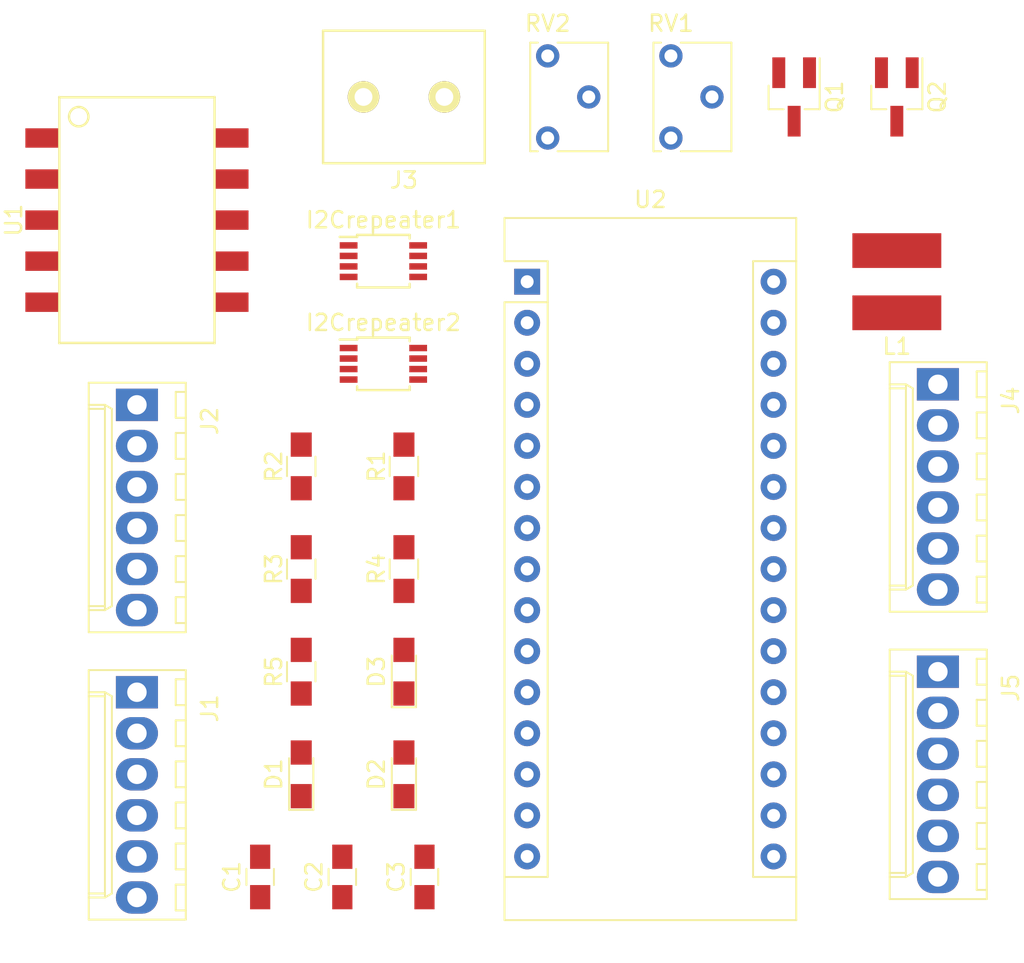
<source format=kicad_pcb>
(kicad_pcb (version 4) (host pcbnew 4.0.7)

  (general
    (links 50)
    (no_connects 50)
    (area 0 0 0 0)
    (thickness 1.6)
    (drawings 0)
    (tracks 0)
    (zones 0)
    (modules 25)
    (nets 34)
  )

  (page A4)
  (layers
    (0 F.Cu signal)
    (31 B.Cu signal)
    (32 B.Adhes user)
    (33 F.Adhes user)
    (34 B.Paste user)
    (35 F.Paste user)
    (36 B.SilkS user)
    (37 F.SilkS user)
    (38 B.Mask user)
    (39 F.Mask user)
    (40 Dwgs.User user)
    (41 Cmts.User user)
    (42 Eco1.User user)
    (43 Eco2.User user)
    (44 Edge.Cuts user)
    (45 Margin user)
    (46 B.CrtYd user)
    (47 F.CrtYd user)
    (48 B.Fab user)
    (49 F.Fab user)
  )

  (setup
    (last_trace_width 0.25)
    (trace_clearance 0.2)
    (zone_clearance 0.508)
    (zone_45_only no)
    (trace_min 0.2)
    (segment_width 0.2)
    (edge_width 0.15)
    (via_size 0.6)
    (via_drill 0.4)
    (via_min_size 0.4)
    (via_min_drill 0.3)
    (uvia_size 0.3)
    (uvia_drill 0.1)
    (uvias_allowed no)
    (uvia_min_size 0.2)
    (uvia_min_drill 0.1)
    (pcb_text_width 0.3)
    (pcb_text_size 1.5 1.5)
    (mod_edge_width 0.15)
    (mod_text_size 1 1)
    (mod_text_width 0.15)
    (pad_size 1.524 1.524)
    (pad_drill 0.762)
    (pad_to_mask_clearance 0.2)
    (aux_axis_origin 0 0)
    (visible_elements 7FFFFFFF)
    (pcbplotparams
      (layerselection 0x00030_80000001)
      (usegerberextensions false)
      (excludeedgelayer true)
      (linewidth 0.100000)
      (plotframeref false)
      (viasonmask false)
      (mode 1)
      (useauxorigin false)
      (hpglpennumber 1)
      (hpglpenspeed 20)
      (hpglpendiameter 15)
      (hpglpenoverlay 2)
      (psnegative false)
      (psa4output false)
      (plotreference true)
      (plotvalue true)
      (plotinvisibletext false)
      (padsonsilk false)
      (subtractmaskfromsilk false)
      (outputformat 1)
      (mirror false)
      (drillshape 1)
      (scaleselection 1)
      (outputdirectory ""))
  )

  (net 0 "")
  (net 1 12V)
  (net 2 GND)
  (net 3 "Net-(C3-Pad1)")
  (net 4 "Net-(D1-Pad2)")
  (net 5 "Net-(D2-Pad2)")
  (net 6 "Net-(D3-Pad2)")
  (net 7 VCC+3V)
  (net 8 DEBUG1)
  (net 9 SDAC)
  (net 10 SCLC)
  (net 11 DEBUG2)
  (net 12 INT)
  (net 13 SDAA)
  (net 14 SCLA)
  (net 15 DVI)
  (net 16 VCC+5V)
  (net 17 INPUT2)
  (net 18 INPUT3)
  (net 19 INPUT4)
  (net 20 INPUT5)
  (net 21 "Net-(J5-Pad2)")
  (net 22 "Net-(J5-Pad5)")
  (net 23 "Net-(L1-Pad2)")
  (net 24 SCLB)
  (net 25 SDAB)
  (net 26 TEST)
  (net 27 A1)
  (net 28 5V)
  (net 29 A0)
  (net 30 "Net-(U1-PadVADJ)")
  (net 31 EN)
  (net 32 INT/M)
  (net 33 DVI/M)

  (net_class Default "This is the default net class."
    (clearance 0.2)
    (trace_width 0.25)
    (via_dia 0.6)
    (via_drill 0.4)
    (uvia_dia 0.3)
    (uvia_drill 0.1)
    (add_net 12V)
    (add_net 5V)
    (add_net A0)
    (add_net A1)
    (add_net DEBUG1)
    (add_net DEBUG2)
    (add_net DVI)
    (add_net DVI/M)
    (add_net EN)
    (add_net GND)
    (add_net INPUT2)
    (add_net INPUT3)
    (add_net INPUT4)
    (add_net INPUT5)
    (add_net INT)
    (add_net INT/M)
    (add_net "Net-(C3-Pad1)")
    (add_net "Net-(D1-Pad2)")
    (add_net "Net-(D2-Pad2)")
    (add_net "Net-(D3-Pad2)")
    (add_net "Net-(J5-Pad2)")
    (add_net "Net-(J5-Pad5)")
    (add_net "Net-(L1-Pad2)")
    (add_net "Net-(U1-PadVADJ)")
    (add_net SCLA)
    (add_net SCLB)
    (add_net SCLC)
    (add_net SDAA)
    (add_net SDAB)
    (add_net SDAC)
    (add_net TEST)
    (add_net VCC+3V)
    (add_net VCC+5V)
  )

  (module Capacitors_SMD:C_0805_HandSoldering (layer F.Cu) (tedit 58AA84A8) (tstamp 5B055A86)
    (at 101.6 139.7 90)
    (descr "Capacitor SMD 0805, hand soldering")
    (tags "capacitor 0805")
    (path /5B059BFC)
    (attr smd)
    (fp_text reference C1 (at 0 -1.75 90) (layer F.SilkS)
      (effects (font (size 1 1) (thickness 0.15)))
    )
    (fp_text value 4.7uF (at 0 1.75 90) (layer F.Fab)
      (effects (font (size 1 1) (thickness 0.15)))
    )
    (fp_text user %R (at 0 -1.75 90) (layer F.Fab)
      (effects (font (size 1 1) (thickness 0.15)))
    )
    (fp_line (start -1 0.62) (end -1 -0.62) (layer F.Fab) (width 0.1))
    (fp_line (start 1 0.62) (end -1 0.62) (layer F.Fab) (width 0.1))
    (fp_line (start 1 -0.62) (end 1 0.62) (layer F.Fab) (width 0.1))
    (fp_line (start -1 -0.62) (end 1 -0.62) (layer F.Fab) (width 0.1))
    (fp_line (start 0.5 -0.85) (end -0.5 -0.85) (layer F.SilkS) (width 0.12))
    (fp_line (start -0.5 0.85) (end 0.5 0.85) (layer F.SilkS) (width 0.12))
    (fp_line (start -2.25 -0.88) (end 2.25 -0.88) (layer F.CrtYd) (width 0.05))
    (fp_line (start -2.25 -0.88) (end -2.25 0.87) (layer F.CrtYd) (width 0.05))
    (fp_line (start 2.25 0.87) (end 2.25 -0.88) (layer F.CrtYd) (width 0.05))
    (fp_line (start 2.25 0.87) (end -2.25 0.87) (layer F.CrtYd) (width 0.05))
    (pad 1 smd rect (at -1.25 0 90) (size 1.5 1.25) (layers F.Cu F.Paste F.Mask)
      (net 1 12V))
    (pad 2 smd rect (at 1.25 0 90) (size 1.5 1.25) (layers F.Cu F.Paste F.Mask)
      (net 2 GND))
    (model Capacitors_SMD.3dshapes/C_0805.wrl
      (at (xyz 0 0 0))
      (scale (xyz 1 1 1))
      (rotate (xyz 0 0 0))
    )
  )

  (module Capacitors_SMD:C_0805_HandSoldering (layer F.Cu) (tedit 58AA84A8) (tstamp 5B055A8C)
    (at 106.68 139.7 90)
    (descr "Capacitor SMD 0805, hand soldering")
    (tags "capacitor 0805")
    (path /5B053D49)
    (attr smd)
    (fp_text reference C2 (at 0 -1.75 90) (layer F.SilkS)
      (effects (font (size 1 1) (thickness 0.15)))
    )
    (fp_text value 4.7uF (at 0 1.75 90) (layer F.Fab)
      (effects (font (size 1 1) (thickness 0.15)))
    )
    (fp_text user %R (at 0 -1.75 90) (layer F.Fab)
      (effects (font (size 1 1) (thickness 0.15)))
    )
    (fp_line (start -1 0.62) (end -1 -0.62) (layer F.Fab) (width 0.1))
    (fp_line (start 1 0.62) (end -1 0.62) (layer F.Fab) (width 0.1))
    (fp_line (start 1 -0.62) (end 1 0.62) (layer F.Fab) (width 0.1))
    (fp_line (start -1 -0.62) (end 1 -0.62) (layer F.Fab) (width 0.1))
    (fp_line (start 0.5 -0.85) (end -0.5 -0.85) (layer F.SilkS) (width 0.12))
    (fp_line (start -0.5 0.85) (end 0.5 0.85) (layer F.SilkS) (width 0.12))
    (fp_line (start -2.25 -0.88) (end 2.25 -0.88) (layer F.CrtYd) (width 0.05))
    (fp_line (start -2.25 -0.88) (end -2.25 0.87) (layer F.CrtYd) (width 0.05))
    (fp_line (start 2.25 0.87) (end 2.25 -0.88) (layer F.CrtYd) (width 0.05))
    (fp_line (start 2.25 0.87) (end -2.25 0.87) (layer F.CrtYd) (width 0.05))
    (pad 1 smd rect (at -1.25 0 90) (size 1.5 1.25) (layers F.Cu F.Paste F.Mask)
      (net 1 12V))
    (pad 2 smd rect (at 1.25 0 90) (size 1.5 1.25) (layers F.Cu F.Paste F.Mask)
      (net 2 GND))
    (model Capacitors_SMD.3dshapes/C_0805.wrl
      (at (xyz 0 0 0))
      (scale (xyz 1 1 1))
      (rotate (xyz 0 0 0))
    )
  )

  (module Capacitors_SMD:C_0805_HandSoldering (layer F.Cu) (tedit 58AA84A8) (tstamp 5B055A92)
    (at 111.76 139.7 90)
    (descr "Capacitor SMD 0805, hand soldering")
    (tags "capacitor 0805")
    (path /5B053D7B)
    (attr smd)
    (fp_text reference C3 (at 0 -1.75 90) (layer F.SilkS)
      (effects (font (size 1 1) (thickness 0.15)))
    )
    (fp_text value 4.7uF (at 0 1.75 90) (layer F.Fab)
      (effects (font (size 1 1) (thickness 0.15)))
    )
    (fp_text user %R (at 0 -1.75 90) (layer F.Fab)
      (effects (font (size 1 1) (thickness 0.15)))
    )
    (fp_line (start -1 0.62) (end -1 -0.62) (layer F.Fab) (width 0.1))
    (fp_line (start 1 0.62) (end -1 0.62) (layer F.Fab) (width 0.1))
    (fp_line (start 1 -0.62) (end 1 0.62) (layer F.Fab) (width 0.1))
    (fp_line (start -1 -0.62) (end 1 -0.62) (layer F.Fab) (width 0.1))
    (fp_line (start 0.5 -0.85) (end -0.5 -0.85) (layer F.SilkS) (width 0.12))
    (fp_line (start -0.5 0.85) (end 0.5 0.85) (layer F.SilkS) (width 0.12))
    (fp_line (start -2.25 -0.88) (end 2.25 -0.88) (layer F.CrtYd) (width 0.05))
    (fp_line (start -2.25 -0.88) (end -2.25 0.87) (layer F.CrtYd) (width 0.05))
    (fp_line (start 2.25 0.87) (end 2.25 -0.88) (layer F.CrtYd) (width 0.05))
    (fp_line (start 2.25 0.87) (end -2.25 0.87) (layer F.CrtYd) (width 0.05))
    (pad 1 smd rect (at -1.25 0 90) (size 1.5 1.25) (layers F.Cu F.Paste F.Mask)
      (net 3 "Net-(C3-Pad1)"))
    (pad 2 smd rect (at 1.25 0 90) (size 1.5 1.25) (layers F.Cu F.Paste F.Mask)
      (net 2 GND))
    (model Capacitors_SMD.3dshapes/C_0805.wrl
      (at (xyz 0 0 0))
      (scale (xyz 1 1 1))
      (rotate (xyz 0 0 0))
    )
  )

  (module LEDs:LED_0805_HandSoldering (layer F.Cu) (tedit 595FCA25) (tstamp 5B055A98)
    (at 104.14 133.35 90)
    (descr "Resistor SMD 0805, hand soldering")
    (tags "resistor 0805")
    (path /5B0592EE)
    (attr smd)
    (fp_text reference D1 (at 0 -1.7 90) (layer F.SilkS)
      (effects (font (size 1 1) (thickness 0.15)))
    )
    (fp_text value LED (at 0 1.75 90) (layer F.Fab)
      (effects (font (size 1 1) (thickness 0.15)))
    )
    (fp_line (start -0.4 -0.4) (end -0.4 0.4) (layer F.Fab) (width 0.1))
    (fp_line (start -0.4 0) (end 0.2 -0.4) (layer F.Fab) (width 0.1))
    (fp_line (start 0.2 0.4) (end -0.4 0) (layer F.Fab) (width 0.1))
    (fp_line (start 0.2 -0.4) (end 0.2 0.4) (layer F.Fab) (width 0.1))
    (fp_line (start -1 0.62) (end -1 -0.62) (layer F.Fab) (width 0.1))
    (fp_line (start 1 0.62) (end -1 0.62) (layer F.Fab) (width 0.1))
    (fp_line (start 1 -0.62) (end 1 0.62) (layer F.Fab) (width 0.1))
    (fp_line (start -1 -0.62) (end 1 -0.62) (layer F.Fab) (width 0.1))
    (fp_line (start 1 0.75) (end -2.2 0.75) (layer F.SilkS) (width 0.12))
    (fp_line (start -2.2 -0.75) (end 1 -0.75) (layer F.SilkS) (width 0.12))
    (fp_line (start -2.35 -0.9) (end 2.35 -0.9) (layer F.CrtYd) (width 0.05))
    (fp_line (start -2.35 -0.9) (end -2.35 0.9) (layer F.CrtYd) (width 0.05))
    (fp_line (start 2.35 0.9) (end 2.35 -0.9) (layer F.CrtYd) (width 0.05))
    (fp_line (start 2.35 0.9) (end -2.35 0.9) (layer F.CrtYd) (width 0.05))
    (fp_line (start -2.2 -0.75) (end -2.2 0.75) (layer F.SilkS) (width 0.12))
    (pad 1 smd rect (at -1.35 0 90) (size 1.5 1.3) (layers F.Cu F.Paste F.Mask)
      (net 2 GND))
    (pad 2 smd rect (at 1.35 0 90) (size 1.5 1.3) (layers F.Cu F.Paste F.Mask)
      (net 4 "Net-(D1-Pad2)"))
    (model ${KISYS3DMOD}/LEDs.3dshapes/LED_0805.wrl
      (at (xyz 0 0 0))
      (scale (xyz 1 1 1))
      (rotate (xyz 0 0 0))
    )
  )

  (module LEDs:LED_0805_HandSoldering (layer F.Cu) (tedit 595FCA25) (tstamp 5B055A9E)
    (at 110.49 133.35 90)
    (descr "Resistor SMD 0805, hand soldering")
    (tags "resistor 0805")
    (path /5B057AF7)
    (attr smd)
    (fp_text reference D2 (at 0 -1.7 90) (layer F.SilkS)
      (effects (font (size 1 1) (thickness 0.15)))
    )
    (fp_text value LED (at 0 1.75 90) (layer F.Fab)
      (effects (font (size 1 1) (thickness 0.15)))
    )
    (fp_line (start -0.4 -0.4) (end -0.4 0.4) (layer F.Fab) (width 0.1))
    (fp_line (start -0.4 0) (end 0.2 -0.4) (layer F.Fab) (width 0.1))
    (fp_line (start 0.2 0.4) (end -0.4 0) (layer F.Fab) (width 0.1))
    (fp_line (start 0.2 -0.4) (end 0.2 0.4) (layer F.Fab) (width 0.1))
    (fp_line (start -1 0.62) (end -1 -0.62) (layer F.Fab) (width 0.1))
    (fp_line (start 1 0.62) (end -1 0.62) (layer F.Fab) (width 0.1))
    (fp_line (start 1 -0.62) (end 1 0.62) (layer F.Fab) (width 0.1))
    (fp_line (start -1 -0.62) (end 1 -0.62) (layer F.Fab) (width 0.1))
    (fp_line (start 1 0.75) (end -2.2 0.75) (layer F.SilkS) (width 0.12))
    (fp_line (start -2.2 -0.75) (end 1 -0.75) (layer F.SilkS) (width 0.12))
    (fp_line (start -2.35 -0.9) (end 2.35 -0.9) (layer F.CrtYd) (width 0.05))
    (fp_line (start -2.35 -0.9) (end -2.35 0.9) (layer F.CrtYd) (width 0.05))
    (fp_line (start 2.35 0.9) (end 2.35 -0.9) (layer F.CrtYd) (width 0.05))
    (fp_line (start 2.35 0.9) (end -2.35 0.9) (layer F.CrtYd) (width 0.05))
    (fp_line (start -2.2 -0.75) (end -2.2 0.75) (layer F.SilkS) (width 0.12))
    (pad 1 smd rect (at -1.35 0 90) (size 1.5 1.3) (layers F.Cu F.Paste F.Mask)
      (net 2 GND))
    (pad 2 smd rect (at 1.35 0 90) (size 1.5 1.3) (layers F.Cu F.Paste F.Mask)
      (net 5 "Net-(D2-Pad2)"))
    (model ${KISYS3DMOD}/LEDs.3dshapes/LED_0805.wrl
      (at (xyz 0 0 0))
      (scale (xyz 1 1 1))
      (rotate (xyz 0 0 0))
    )
  )

  (module LEDs:LED_0805_HandSoldering (layer F.Cu) (tedit 595FCA25) (tstamp 5B055AA4)
    (at 110.49 127 90)
    (descr "Resistor SMD 0805, hand soldering")
    (tags "resistor 0805")
    (path /5B05939C)
    (attr smd)
    (fp_text reference D3 (at 0 -1.7 90) (layer F.SilkS)
      (effects (font (size 1 1) (thickness 0.15)))
    )
    (fp_text value LED (at 0 1.75 90) (layer F.Fab)
      (effects (font (size 1 1) (thickness 0.15)))
    )
    (fp_line (start -0.4 -0.4) (end -0.4 0.4) (layer F.Fab) (width 0.1))
    (fp_line (start -0.4 0) (end 0.2 -0.4) (layer F.Fab) (width 0.1))
    (fp_line (start 0.2 0.4) (end -0.4 0) (layer F.Fab) (width 0.1))
    (fp_line (start 0.2 -0.4) (end 0.2 0.4) (layer F.Fab) (width 0.1))
    (fp_line (start -1 0.62) (end -1 -0.62) (layer F.Fab) (width 0.1))
    (fp_line (start 1 0.62) (end -1 0.62) (layer F.Fab) (width 0.1))
    (fp_line (start 1 -0.62) (end 1 0.62) (layer F.Fab) (width 0.1))
    (fp_line (start -1 -0.62) (end 1 -0.62) (layer F.Fab) (width 0.1))
    (fp_line (start 1 0.75) (end -2.2 0.75) (layer F.SilkS) (width 0.12))
    (fp_line (start -2.2 -0.75) (end 1 -0.75) (layer F.SilkS) (width 0.12))
    (fp_line (start -2.35 -0.9) (end 2.35 -0.9) (layer F.CrtYd) (width 0.05))
    (fp_line (start -2.35 -0.9) (end -2.35 0.9) (layer F.CrtYd) (width 0.05))
    (fp_line (start 2.35 0.9) (end 2.35 -0.9) (layer F.CrtYd) (width 0.05))
    (fp_line (start 2.35 0.9) (end -2.35 0.9) (layer F.CrtYd) (width 0.05))
    (fp_line (start -2.2 -0.75) (end -2.2 0.75) (layer F.SilkS) (width 0.12))
    (pad 1 smd rect (at -1.35 0 90) (size 1.5 1.3) (layers F.Cu F.Paste F.Mask)
      (net 2 GND))
    (pad 2 smd rect (at 1.35 0 90) (size 1.5 1.3) (layers F.Cu F.Paste F.Mask)
      (net 6 "Net-(D3-Pad2)"))
    (model ${KISYS3DMOD}/LEDs.3dshapes/LED_0805.wrl
      (at (xyz 0 0 0))
      (scale (xyz 1 1 1))
      (rotate (xyz 0 0 0))
    )
  )

  (module Housings_SSOP:TSSOP-8_3x3mm_Pitch0.65mm (layer F.Cu) (tedit 54130A77) (tstamp 5B055AB0)
    (at 109.22 101.6)
    (descr "TSSOP8: plastic thin shrink small outline package; 8 leads; body width 3 mm; (see NXP SSOP-TSSOP-VSO-REFLOW.pdf and sot505-1_po.pdf)")
    (tags "SSOP 0.65")
    (path /5B057D58)
    (attr smd)
    (fp_text reference I2Crepeater1 (at 0 -2.55) (layer F.SilkS)
      (effects (font (size 1 1) (thickness 0.15)))
    )
    (fp_text value I2C-PCA9517 (at 0 2.55) (layer F.Fab)
      (effects (font (size 1 1) (thickness 0.15)))
    )
    (fp_line (start -0.5 -1.5) (end 1.5 -1.5) (layer F.Fab) (width 0.15))
    (fp_line (start 1.5 -1.5) (end 1.5 1.5) (layer F.Fab) (width 0.15))
    (fp_line (start 1.5 1.5) (end -1.5 1.5) (layer F.Fab) (width 0.15))
    (fp_line (start -1.5 1.5) (end -1.5 -0.5) (layer F.Fab) (width 0.15))
    (fp_line (start -1.5 -0.5) (end -0.5 -1.5) (layer F.Fab) (width 0.15))
    (fp_line (start -2.95 -1.8) (end -2.95 1.8) (layer F.CrtYd) (width 0.05))
    (fp_line (start 2.95 -1.8) (end 2.95 1.8) (layer F.CrtYd) (width 0.05))
    (fp_line (start -2.95 -1.8) (end 2.95 -1.8) (layer F.CrtYd) (width 0.05))
    (fp_line (start -2.95 1.8) (end 2.95 1.8) (layer F.CrtYd) (width 0.05))
    (fp_line (start -1.625 -1.625) (end -1.625 -1.5) (layer F.SilkS) (width 0.15))
    (fp_line (start 1.625 -1.625) (end 1.625 -1.4) (layer F.SilkS) (width 0.15))
    (fp_line (start 1.625 1.625) (end 1.625 1.4) (layer F.SilkS) (width 0.15))
    (fp_line (start -1.625 1.625) (end -1.625 1.4) (layer F.SilkS) (width 0.15))
    (fp_line (start -1.625 -1.625) (end 1.625 -1.625) (layer F.SilkS) (width 0.15))
    (fp_line (start -1.625 1.625) (end 1.625 1.625) (layer F.SilkS) (width 0.15))
    (fp_line (start -1.625 -1.5) (end -2.7 -1.5) (layer F.SilkS) (width 0.15))
    (fp_text user %R (at 0 0) (layer F.Fab)
      (effects (font (size 0.6 0.6) (thickness 0.15)))
    )
    (pad 1 smd rect (at -2.15 -0.975) (size 1.1 0.4) (layers F.Cu F.Paste F.Mask))
    (pad 2 smd rect (at -2.15 -0.325) (size 1.1 0.4) (layers F.Cu F.Paste F.Mask))
    (pad 3 smd rect (at -2.15 0.325) (size 1.1 0.4) (layers F.Cu F.Paste F.Mask))
    (pad 4 smd rect (at -2.15 0.975) (size 1.1 0.4) (layers F.Cu F.Paste F.Mask))
    (pad 5 smd rect (at 2.15 0.975) (size 1.1 0.4) (layers F.Cu F.Paste F.Mask))
    (pad 6 smd rect (at 2.15 0.325) (size 1.1 0.4) (layers F.Cu F.Paste F.Mask))
    (pad 7 smd rect (at 2.15 -0.325) (size 1.1 0.4) (layers F.Cu F.Paste F.Mask))
    (pad 8 smd rect (at 2.15 -0.975) (size 1.1 0.4) (layers F.Cu F.Paste F.Mask))
    (model ${KISYS3DMOD}/Housings_SSOP.3dshapes/TSSOP-8_3x3mm_Pitch0.65mm.wrl
      (at (xyz 0 0 0))
      (scale (xyz 1 1 1))
      (rotate (xyz 0 0 0))
    )
  )

  (module Housings_SSOP:TSSOP-8_3x3mm_Pitch0.65mm (layer F.Cu) (tedit 54130A77) (tstamp 5B055ABC)
    (at 109.22 107.95)
    (descr "TSSOP8: plastic thin shrink small outline package; 8 leads; body width 3 mm; (see NXP SSOP-TSSOP-VSO-REFLOW.pdf and sot505-1_po.pdf)")
    (tags "SSOP 0.65")
    (path /5B052CDF)
    (attr smd)
    (fp_text reference I2Crepeater2 (at 0 -2.55) (layer F.SilkS)
      (effects (font (size 1 1) (thickness 0.15)))
    )
    (fp_text value I2C-PCA9517 (at 0 2.55) (layer F.Fab)
      (effects (font (size 1 1) (thickness 0.15)))
    )
    (fp_line (start -0.5 -1.5) (end 1.5 -1.5) (layer F.Fab) (width 0.15))
    (fp_line (start 1.5 -1.5) (end 1.5 1.5) (layer F.Fab) (width 0.15))
    (fp_line (start 1.5 1.5) (end -1.5 1.5) (layer F.Fab) (width 0.15))
    (fp_line (start -1.5 1.5) (end -1.5 -0.5) (layer F.Fab) (width 0.15))
    (fp_line (start -1.5 -0.5) (end -0.5 -1.5) (layer F.Fab) (width 0.15))
    (fp_line (start -2.95 -1.8) (end -2.95 1.8) (layer F.CrtYd) (width 0.05))
    (fp_line (start 2.95 -1.8) (end 2.95 1.8) (layer F.CrtYd) (width 0.05))
    (fp_line (start -2.95 -1.8) (end 2.95 -1.8) (layer F.CrtYd) (width 0.05))
    (fp_line (start -2.95 1.8) (end 2.95 1.8) (layer F.CrtYd) (width 0.05))
    (fp_line (start -1.625 -1.625) (end -1.625 -1.5) (layer F.SilkS) (width 0.15))
    (fp_line (start 1.625 -1.625) (end 1.625 -1.4) (layer F.SilkS) (width 0.15))
    (fp_line (start 1.625 1.625) (end 1.625 1.4) (layer F.SilkS) (width 0.15))
    (fp_line (start -1.625 1.625) (end -1.625 1.4) (layer F.SilkS) (width 0.15))
    (fp_line (start -1.625 -1.625) (end 1.625 -1.625) (layer F.SilkS) (width 0.15))
    (fp_line (start -1.625 1.625) (end 1.625 1.625) (layer F.SilkS) (width 0.15))
    (fp_line (start -1.625 -1.5) (end -2.7 -1.5) (layer F.SilkS) (width 0.15))
    (fp_text user %R (at 0 0) (layer F.Fab)
      (effects (font (size 0.6 0.6) (thickness 0.15)))
    )
    (pad 1 smd rect (at -2.15 -0.975) (size 1.1 0.4) (layers F.Cu F.Paste F.Mask))
    (pad 2 smd rect (at -2.15 -0.325) (size 1.1 0.4) (layers F.Cu F.Paste F.Mask))
    (pad 3 smd rect (at -2.15 0.325) (size 1.1 0.4) (layers F.Cu F.Paste F.Mask))
    (pad 4 smd rect (at -2.15 0.975) (size 1.1 0.4) (layers F.Cu F.Paste F.Mask))
    (pad 5 smd rect (at 2.15 0.975) (size 1.1 0.4) (layers F.Cu F.Paste F.Mask))
    (pad 6 smd rect (at 2.15 0.325) (size 1.1 0.4) (layers F.Cu F.Paste F.Mask))
    (pad 7 smd rect (at 2.15 -0.325) (size 1.1 0.4) (layers F.Cu F.Paste F.Mask))
    (pad 8 smd rect (at 2.15 -0.975) (size 1.1 0.4) (layers F.Cu F.Paste F.Mask))
    (model ${KISYS3DMOD}/Housings_SSOP.3dshapes/TSSOP-8_3x3mm_Pitch0.65mm.wrl
      (at (xyz 0 0 0))
      (scale (xyz 1 1 1))
      (rotate (xyz 0 0 0))
    )
  )

  (module valveteam-footprints:Molex_KK-6410-06_06x2.54mm_Straight (layer F.Cu) (tedit 58EE6EEB) (tstamp 5B055AED)
    (at 93.98 128.27 270)
    (descr "Connector Headers with Friction Lock, 22-27-2061, http://www.molex.com/pdm_docs/sd/022272021_sd.pdf")
    (tags "connector molex kk_6410 22-27-2061")
    (path /5B057D65)
    (fp_text reference J1 (at 1 -4.5 270) (layer F.SilkS)
      (effects (font (size 1 1) (thickness 0.15)))
    )
    (fp_text value "For Light Sensor" (at 6.35 4.5 270) (layer F.Fab)
      (effects (font (size 1 1) (thickness 0.15)))
    )
    (fp_line (start -1.47 -3.12) (end -1.47 3.08) (layer F.Fab) (width 0.12))
    (fp_line (start -1.47 3.08) (end 14.17 3.08) (layer F.Fab) (width 0.12))
    (fp_line (start 14.17 3.08) (end 14.17 -3.12) (layer F.Fab) (width 0.12))
    (fp_line (start 14.17 -3.12) (end -1.47 -3.12) (layer F.Fab) (width 0.12))
    (fp_line (start -1.37 -3.02) (end -1.37 2.98) (layer F.SilkS) (width 0.12))
    (fp_line (start -1.37 2.98) (end 14.07 2.98) (layer F.SilkS) (width 0.12))
    (fp_line (start 14.07 2.98) (end 14.07 -3.02) (layer F.SilkS) (width 0.12))
    (fp_line (start 14.07 -3.02) (end -1.37 -3.02) (layer F.SilkS) (width 0.12))
    (fp_line (start 0 2.98) (end 0 1.98) (layer F.SilkS) (width 0.12))
    (fp_line (start 0 1.98) (end 12.7 1.98) (layer F.SilkS) (width 0.12))
    (fp_line (start 12.7 1.98) (end 12.7 2.98) (layer F.SilkS) (width 0.12))
    (fp_line (start 0 1.98) (end 0.25 1.55) (layer F.SilkS) (width 0.12))
    (fp_line (start 0.25 1.55) (end 12.45 1.55) (layer F.SilkS) (width 0.12))
    (fp_line (start 12.45 1.55) (end 12.7 1.98) (layer F.SilkS) (width 0.12))
    (fp_line (start 0.25 2.98) (end 0.25 1.98) (layer F.SilkS) (width 0.12))
    (fp_line (start 12.45 2.98) (end 12.45 1.98) (layer F.SilkS) (width 0.12))
    (fp_line (start -0.8 -3.02) (end -0.8 -2.4) (layer F.SilkS) (width 0.12))
    (fp_line (start -0.8 -2.4) (end 0.8 -2.4) (layer F.SilkS) (width 0.12))
    (fp_line (start 0.8 -2.4) (end 0.8 -3.02) (layer F.SilkS) (width 0.12))
    (fp_line (start 1.74 -3.02) (end 1.74 -2.4) (layer F.SilkS) (width 0.12))
    (fp_line (start 1.74 -2.4) (end 3.34 -2.4) (layer F.SilkS) (width 0.12))
    (fp_line (start 3.34 -2.4) (end 3.34 -3.02) (layer F.SilkS) (width 0.12))
    (fp_line (start 4.28 -3.02) (end 4.28 -2.4) (layer F.SilkS) (width 0.12))
    (fp_line (start 4.28 -2.4) (end 5.88 -2.4) (layer F.SilkS) (width 0.12))
    (fp_line (start 5.88 -2.4) (end 5.88 -3.02) (layer F.SilkS) (width 0.12))
    (fp_line (start 6.82 -3.02) (end 6.82 -2.4) (layer F.SilkS) (width 0.12))
    (fp_line (start 6.82 -2.4) (end 8.42 -2.4) (layer F.SilkS) (width 0.12))
    (fp_line (start 8.42 -2.4) (end 8.42 -3.02) (layer F.SilkS) (width 0.12))
    (fp_line (start 9.36 -3.02) (end 9.36 -2.4) (layer F.SilkS) (width 0.12))
    (fp_line (start 9.36 -2.4) (end 10.96 -2.4) (layer F.SilkS) (width 0.12))
    (fp_line (start 10.96 -2.4) (end 10.96 -3.02) (layer F.SilkS) (width 0.12))
    (fp_line (start 11.9 -3.02) (end 11.9 -2.4) (layer F.SilkS) (width 0.12))
    (fp_line (start 11.9 -2.4) (end 13.5 -2.4) (layer F.SilkS) (width 0.12))
    (fp_line (start 13.5 -2.4) (end 13.5 -3.02) (layer F.SilkS) (width 0.12))
    (fp_line (start -1.9 3.5) (end -1.9 -3.55) (layer F.CrtYd) (width 0.05))
    (fp_line (start -1.9 -3.55) (end 14.6 -3.55) (layer F.CrtYd) (width 0.05))
    (fp_line (start 14.6 -3.55) (end 14.6 3.5) (layer F.CrtYd) (width 0.05))
    (fp_line (start 14.6 3.5) (end -1.9 3.5) (layer F.CrtYd) (width 0.05))
    (fp_text user %R (at 6.35 0 270) (layer F.Fab)
      (effects (font (size 1 1) (thickness 0.15)))
    )
    (pad 1 thru_hole rect (at 0 0 270) (size 2 2.6) (drill 1.2) (layers *.Cu *.Mask)
      (net 7 VCC+3V))
    (pad 2 thru_hole oval (at 2.54 0 270) (size 2 2.6) (drill 1.2) (layers *.Cu *.Mask)
      (net 8 DEBUG1))
    (pad 3 thru_hole oval (at 5.08 0 270) (size 2 2.6) (drill 1.2) (layers *.Cu *.Mask)
      (net 9 SDAC))
    (pad 4 thru_hole oval (at 7.62 0 270) (size 2 2.6) (drill 1.2) (layers *.Cu *.Mask)
      (net 10 SCLC))
    (pad 5 thru_hole oval (at 10.16 0 270) (size 2 2.6) (drill 1.2) (layers *.Cu *.Mask)
      (net 11 DEBUG2))
    (pad 6 thru_hole oval (at 12.7 0 270) (size 2 2.6) (drill 1.2) (layers *.Cu *.Mask)
      (net 2 GND))
    (model ${KISYS3DMOD}/Connectors_Molex.3dshapes/Molex_KK-6410-06_06x2.54mm_Straight.wrl
      (at (xyz 0 0 0))
      (scale (xyz 1 1 1))
      (rotate (xyz 0 0 0))
    )
  )

  (module valveteam-footprints:Molex_KK-6410-06_06x2.54mm_Straight (layer F.Cu) (tedit 58EE6EEB) (tstamp 5B055B1E)
    (at 93.98 110.49 270)
    (descr "Connector Headers with Friction Lock, 22-27-2061, http://www.molex.com/pdm_docs/sd/022272021_sd.pdf")
    (tags "connector molex kk_6410 22-27-2061")
    (path /5B05419B)
    (fp_text reference J2 (at 1 -4.5 270) (layer F.SilkS)
      (effects (font (size 1 1) (thickness 0.15)))
    )
    (fp_text value "For Light Sensor" (at 6.35 4.5 270) (layer F.Fab)
      (effects (font (size 1 1) (thickness 0.15)))
    )
    (fp_line (start -1.47 -3.12) (end -1.47 3.08) (layer F.Fab) (width 0.12))
    (fp_line (start -1.47 3.08) (end 14.17 3.08) (layer F.Fab) (width 0.12))
    (fp_line (start 14.17 3.08) (end 14.17 -3.12) (layer F.Fab) (width 0.12))
    (fp_line (start 14.17 -3.12) (end -1.47 -3.12) (layer F.Fab) (width 0.12))
    (fp_line (start -1.37 -3.02) (end -1.37 2.98) (layer F.SilkS) (width 0.12))
    (fp_line (start -1.37 2.98) (end 14.07 2.98) (layer F.SilkS) (width 0.12))
    (fp_line (start 14.07 2.98) (end 14.07 -3.02) (layer F.SilkS) (width 0.12))
    (fp_line (start 14.07 -3.02) (end -1.37 -3.02) (layer F.SilkS) (width 0.12))
    (fp_line (start 0 2.98) (end 0 1.98) (layer F.SilkS) (width 0.12))
    (fp_line (start 0 1.98) (end 12.7 1.98) (layer F.SilkS) (width 0.12))
    (fp_line (start 12.7 1.98) (end 12.7 2.98) (layer F.SilkS) (width 0.12))
    (fp_line (start 0 1.98) (end 0.25 1.55) (layer F.SilkS) (width 0.12))
    (fp_line (start 0.25 1.55) (end 12.45 1.55) (layer F.SilkS) (width 0.12))
    (fp_line (start 12.45 1.55) (end 12.7 1.98) (layer F.SilkS) (width 0.12))
    (fp_line (start 0.25 2.98) (end 0.25 1.98) (layer F.SilkS) (width 0.12))
    (fp_line (start 12.45 2.98) (end 12.45 1.98) (layer F.SilkS) (width 0.12))
    (fp_line (start -0.8 -3.02) (end -0.8 -2.4) (layer F.SilkS) (width 0.12))
    (fp_line (start -0.8 -2.4) (end 0.8 -2.4) (layer F.SilkS) (width 0.12))
    (fp_line (start 0.8 -2.4) (end 0.8 -3.02) (layer F.SilkS) (width 0.12))
    (fp_line (start 1.74 -3.02) (end 1.74 -2.4) (layer F.SilkS) (width 0.12))
    (fp_line (start 1.74 -2.4) (end 3.34 -2.4) (layer F.SilkS) (width 0.12))
    (fp_line (start 3.34 -2.4) (end 3.34 -3.02) (layer F.SilkS) (width 0.12))
    (fp_line (start 4.28 -3.02) (end 4.28 -2.4) (layer F.SilkS) (width 0.12))
    (fp_line (start 4.28 -2.4) (end 5.88 -2.4) (layer F.SilkS) (width 0.12))
    (fp_line (start 5.88 -2.4) (end 5.88 -3.02) (layer F.SilkS) (width 0.12))
    (fp_line (start 6.82 -3.02) (end 6.82 -2.4) (layer F.SilkS) (width 0.12))
    (fp_line (start 6.82 -2.4) (end 8.42 -2.4) (layer F.SilkS) (width 0.12))
    (fp_line (start 8.42 -2.4) (end 8.42 -3.02) (layer F.SilkS) (width 0.12))
    (fp_line (start 9.36 -3.02) (end 9.36 -2.4) (layer F.SilkS) (width 0.12))
    (fp_line (start 9.36 -2.4) (end 10.96 -2.4) (layer F.SilkS) (width 0.12))
    (fp_line (start 10.96 -2.4) (end 10.96 -3.02) (layer F.SilkS) (width 0.12))
    (fp_line (start 11.9 -3.02) (end 11.9 -2.4) (layer F.SilkS) (width 0.12))
    (fp_line (start 11.9 -2.4) (end 13.5 -2.4) (layer F.SilkS) (width 0.12))
    (fp_line (start 13.5 -2.4) (end 13.5 -3.02) (layer F.SilkS) (width 0.12))
    (fp_line (start -1.9 3.5) (end -1.9 -3.55) (layer F.CrtYd) (width 0.05))
    (fp_line (start -1.9 -3.55) (end 14.6 -3.55) (layer F.CrtYd) (width 0.05))
    (fp_line (start 14.6 -3.55) (end 14.6 3.5) (layer F.CrtYd) (width 0.05))
    (fp_line (start 14.6 3.5) (end -1.9 3.5) (layer F.CrtYd) (width 0.05))
    (fp_text user %R (at 6.35 0 270) (layer F.Fab)
      (effects (font (size 1 1) (thickness 0.15)))
    )
    (pad 1 thru_hole rect (at 0 0 270) (size 2 2.6) (drill 1.2) (layers *.Cu *.Mask)
      (net 7 VCC+3V))
    (pad 2 thru_hole oval (at 2.54 0 270) (size 2 2.6) (drill 1.2) (layers *.Cu *.Mask)
      (net 12 INT))
    (pad 3 thru_hole oval (at 5.08 0 270) (size 2 2.6) (drill 1.2) (layers *.Cu *.Mask)
      (net 13 SDAA))
    (pad 4 thru_hole oval (at 7.62 0 270) (size 2 2.6) (drill 1.2) (layers *.Cu *.Mask)
      (net 14 SCLA))
    (pad 5 thru_hole oval (at 10.16 0 270) (size 2 2.6) (drill 1.2) (layers *.Cu *.Mask)
      (net 15 DVI))
    (pad 6 thru_hole oval (at 12.7 0 270) (size 2 2.6) (drill 1.2) (layers *.Cu *.Mask)
      (net 2 GND))
    (model ${KISYS3DMOD}/Connectors_Molex.3dshapes/Molex_KK-6410-06_06x2.54mm_Straight.wrl
      (at (xyz 0 0 0))
      (scale (xyz 1 1 1))
      (rotate (xyz 0 0 0))
    )
  )

  (module valveteam-footprints:TE_TERM (layer F.Cu) (tedit 5B0423B0) (tstamp 5B055B28)
    (at 110.49 91.44)
    (path /5B05325B)
    (fp_text reference J3 (at 0 5.15) (layer F.SilkS)
      (effects (font (size 1 1) (thickness 0.15)))
    )
    (fp_text value "From Solar Panel" (at 0 -5.15) (layer F.Fab)
      (effects (font (size 1 1) (thickness 0.15)))
    )
    (fp_line (start -5 -4.1) (end 5 -4.1) (layer F.SilkS) (width 0.15))
    (fp_line (start 5 -4.1) (end 5 4.1) (layer F.SilkS) (width 0.15))
    (fp_line (start -5 4.1) (end 5 4.1) (layer F.SilkS) (width 0.15))
    (fp_line (start -5 -4.1) (end -5 4.1) (layer F.SilkS) (width 0.15))
    (pad 2 thru_hole circle (at 2.5 0) (size 1.95 1.95) (drill 1.1) (layers *.Cu *.Mask F.SilkS)
      (net 2 GND))
    (pad 1 thru_hole circle (at -2.5 0) (size 1.95 1.95) (drill 1.1) (layers *.Cu *.Mask F.SilkS)
      (net 1 12V))
  )

  (module valveteam-footprints:Molex_KK-6410-06_06x2.54mm_Straight (layer F.Cu) (tedit 58EE6EEB) (tstamp 5B055B59)
    (at 143.51 109.22 270)
    (descr "Connector Headers with Friction Lock, 22-27-2061, http://www.molex.com/pdm_docs/sd/022272021_sd.pdf")
    (tags "connector molex kk_6410 22-27-2061")
    (path /5B053A71)
    (fp_text reference J4 (at 1 -4.5 270) (layer F.SilkS)
      (effects (font (size 1 1) (thickness 0.15)))
    )
    (fp_text value "For Flow Module b" (at 6.35 4.5 270) (layer F.Fab)
      (effects (font (size 1 1) (thickness 0.15)))
    )
    (fp_line (start -1.47 -3.12) (end -1.47 3.08) (layer F.Fab) (width 0.12))
    (fp_line (start -1.47 3.08) (end 14.17 3.08) (layer F.Fab) (width 0.12))
    (fp_line (start 14.17 3.08) (end 14.17 -3.12) (layer F.Fab) (width 0.12))
    (fp_line (start 14.17 -3.12) (end -1.47 -3.12) (layer F.Fab) (width 0.12))
    (fp_line (start -1.37 -3.02) (end -1.37 2.98) (layer F.SilkS) (width 0.12))
    (fp_line (start -1.37 2.98) (end 14.07 2.98) (layer F.SilkS) (width 0.12))
    (fp_line (start 14.07 2.98) (end 14.07 -3.02) (layer F.SilkS) (width 0.12))
    (fp_line (start 14.07 -3.02) (end -1.37 -3.02) (layer F.SilkS) (width 0.12))
    (fp_line (start 0 2.98) (end 0 1.98) (layer F.SilkS) (width 0.12))
    (fp_line (start 0 1.98) (end 12.7 1.98) (layer F.SilkS) (width 0.12))
    (fp_line (start 12.7 1.98) (end 12.7 2.98) (layer F.SilkS) (width 0.12))
    (fp_line (start 0 1.98) (end 0.25 1.55) (layer F.SilkS) (width 0.12))
    (fp_line (start 0.25 1.55) (end 12.45 1.55) (layer F.SilkS) (width 0.12))
    (fp_line (start 12.45 1.55) (end 12.7 1.98) (layer F.SilkS) (width 0.12))
    (fp_line (start 0.25 2.98) (end 0.25 1.98) (layer F.SilkS) (width 0.12))
    (fp_line (start 12.45 2.98) (end 12.45 1.98) (layer F.SilkS) (width 0.12))
    (fp_line (start -0.8 -3.02) (end -0.8 -2.4) (layer F.SilkS) (width 0.12))
    (fp_line (start -0.8 -2.4) (end 0.8 -2.4) (layer F.SilkS) (width 0.12))
    (fp_line (start 0.8 -2.4) (end 0.8 -3.02) (layer F.SilkS) (width 0.12))
    (fp_line (start 1.74 -3.02) (end 1.74 -2.4) (layer F.SilkS) (width 0.12))
    (fp_line (start 1.74 -2.4) (end 3.34 -2.4) (layer F.SilkS) (width 0.12))
    (fp_line (start 3.34 -2.4) (end 3.34 -3.02) (layer F.SilkS) (width 0.12))
    (fp_line (start 4.28 -3.02) (end 4.28 -2.4) (layer F.SilkS) (width 0.12))
    (fp_line (start 4.28 -2.4) (end 5.88 -2.4) (layer F.SilkS) (width 0.12))
    (fp_line (start 5.88 -2.4) (end 5.88 -3.02) (layer F.SilkS) (width 0.12))
    (fp_line (start 6.82 -3.02) (end 6.82 -2.4) (layer F.SilkS) (width 0.12))
    (fp_line (start 6.82 -2.4) (end 8.42 -2.4) (layer F.SilkS) (width 0.12))
    (fp_line (start 8.42 -2.4) (end 8.42 -3.02) (layer F.SilkS) (width 0.12))
    (fp_line (start 9.36 -3.02) (end 9.36 -2.4) (layer F.SilkS) (width 0.12))
    (fp_line (start 9.36 -2.4) (end 10.96 -2.4) (layer F.SilkS) (width 0.12))
    (fp_line (start 10.96 -2.4) (end 10.96 -3.02) (layer F.SilkS) (width 0.12))
    (fp_line (start 11.9 -3.02) (end 11.9 -2.4) (layer F.SilkS) (width 0.12))
    (fp_line (start 11.9 -2.4) (end 13.5 -2.4) (layer F.SilkS) (width 0.12))
    (fp_line (start 13.5 -2.4) (end 13.5 -3.02) (layer F.SilkS) (width 0.12))
    (fp_line (start -1.9 3.5) (end -1.9 -3.55) (layer F.CrtYd) (width 0.05))
    (fp_line (start -1.9 -3.55) (end 14.6 -3.55) (layer F.CrtYd) (width 0.05))
    (fp_line (start 14.6 -3.55) (end 14.6 3.5) (layer F.CrtYd) (width 0.05))
    (fp_line (start 14.6 3.5) (end -1.9 3.5) (layer F.CrtYd) (width 0.05))
    (fp_text user %R (at 6.35 0 270) (layer F.Fab)
      (effects (font (size 1 1) (thickness 0.15)))
    )
    (pad 1 thru_hole rect (at 0 0 270) (size 2 2.6) (drill 1.2) (layers *.Cu *.Mask)
      (net 16 VCC+5V))
    (pad 2 thru_hole oval (at 2.54 0 270) (size 2 2.6) (drill 1.2) (layers *.Cu *.Mask)
      (net 17 INPUT2))
    (pad 3 thru_hole oval (at 5.08 0 270) (size 2 2.6) (drill 1.2) (layers *.Cu *.Mask)
      (net 18 INPUT3))
    (pad 4 thru_hole oval (at 7.62 0 270) (size 2 2.6) (drill 1.2) (layers *.Cu *.Mask)
      (net 19 INPUT4))
    (pad 5 thru_hole oval (at 10.16 0 270) (size 2 2.6) (drill 1.2) (layers *.Cu *.Mask)
      (net 20 INPUT5))
    (pad 6 thru_hole oval (at 12.7 0 270) (size 2 2.6) (drill 1.2) (layers *.Cu *.Mask)
      (net 2 GND))
    (model ${KISYS3DMOD}/Connectors_Molex.3dshapes/Molex_KK-6410-06_06x2.54mm_Straight.wrl
      (at (xyz 0 0 0))
      (scale (xyz 1 1 1))
      (rotate (xyz 0 0 0))
    )
  )

  (module valveteam-footprints:Molex_KK-6410-06_06x2.54mm_Straight (layer F.Cu) (tedit 58EE6EEB) (tstamp 5B055B8A)
    (at 143.51 127 270)
    (descr "Connector Headers with Friction Lock, 22-27-2061, http://www.molex.com/pdm_docs/sd/022272021_sd.pdf")
    (tags "connector molex kk_6410 22-27-2061")
    (path /5B053188)
    (fp_text reference J5 (at 1 -4.5 270) (layer F.SilkS)
      (effects (font (size 1 1) (thickness 0.15)))
    )
    (fp_text value "For Flow Module a" (at 6.35 4.5 270) (layer F.Fab)
      (effects (font (size 1 1) (thickness 0.15)))
    )
    (fp_line (start -1.47 -3.12) (end -1.47 3.08) (layer F.Fab) (width 0.12))
    (fp_line (start -1.47 3.08) (end 14.17 3.08) (layer F.Fab) (width 0.12))
    (fp_line (start 14.17 3.08) (end 14.17 -3.12) (layer F.Fab) (width 0.12))
    (fp_line (start 14.17 -3.12) (end -1.47 -3.12) (layer F.Fab) (width 0.12))
    (fp_line (start -1.37 -3.02) (end -1.37 2.98) (layer F.SilkS) (width 0.12))
    (fp_line (start -1.37 2.98) (end 14.07 2.98) (layer F.SilkS) (width 0.12))
    (fp_line (start 14.07 2.98) (end 14.07 -3.02) (layer F.SilkS) (width 0.12))
    (fp_line (start 14.07 -3.02) (end -1.37 -3.02) (layer F.SilkS) (width 0.12))
    (fp_line (start 0 2.98) (end 0 1.98) (layer F.SilkS) (width 0.12))
    (fp_line (start 0 1.98) (end 12.7 1.98) (layer F.SilkS) (width 0.12))
    (fp_line (start 12.7 1.98) (end 12.7 2.98) (layer F.SilkS) (width 0.12))
    (fp_line (start 0 1.98) (end 0.25 1.55) (layer F.SilkS) (width 0.12))
    (fp_line (start 0.25 1.55) (end 12.45 1.55) (layer F.SilkS) (width 0.12))
    (fp_line (start 12.45 1.55) (end 12.7 1.98) (layer F.SilkS) (width 0.12))
    (fp_line (start 0.25 2.98) (end 0.25 1.98) (layer F.SilkS) (width 0.12))
    (fp_line (start 12.45 2.98) (end 12.45 1.98) (layer F.SilkS) (width 0.12))
    (fp_line (start -0.8 -3.02) (end -0.8 -2.4) (layer F.SilkS) (width 0.12))
    (fp_line (start -0.8 -2.4) (end 0.8 -2.4) (layer F.SilkS) (width 0.12))
    (fp_line (start 0.8 -2.4) (end 0.8 -3.02) (layer F.SilkS) (width 0.12))
    (fp_line (start 1.74 -3.02) (end 1.74 -2.4) (layer F.SilkS) (width 0.12))
    (fp_line (start 1.74 -2.4) (end 3.34 -2.4) (layer F.SilkS) (width 0.12))
    (fp_line (start 3.34 -2.4) (end 3.34 -3.02) (layer F.SilkS) (width 0.12))
    (fp_line (start 4.28 -3.02) (end 4.28 -2.4) (layer F.SilkS) (width 0.12))
    (fp_line (start 4.28 -2.4) (end 5.88 -2.4) (layer F.SilkS) (width 0.12))
    (fp_line (start 5.88 -2.4) (end 5.88 -3.02) (layer F.SilkS) (width 0.12))
    (fp_line (start 6.82 -3.02) (end 6.82 -2.4) (layer F.SilkS) (width 0.12))
    (fp_line (start 6.82 -2.4) (end 8.42 -2.4) (layer F.SilkS) (width 0.12))
    (fp_line (start 8.42 -2.4) (end 8.42 -3.02) (layer F.SilkS) (width 0.12))
    (fp_line (start 9.36 -3.02) (end 9.36 -2.4) (layer F.SilkS) (width 0.12))
    (fp_line (start 9.36 -2.4) (end 10.96 -2.4) (layer F.SilkS) (width 0.12))
    (fp_line (start 10.96 -2.4) (end 10.96 -3.02) (layer F.SilkS) (width 0.12))
    (fp_line (start 11.9 -3.02) (end 11.9 -2.4) (layer F.SilkS) (width 0.12))
    (fp_line (start 11.9 -2.4) (end 13.5 -2.4) (layer F.SilkS) (width 0.12))
    (fp_line (start 13.5 -2.4) (end 13.5 -3.02) (layer F.SilkS) (width 0.12))
    (fp_line (start -1.9 3.5) (end -1.9 -3.55) (layer F.CrtYd) (width 0.05))
    (fp_line (start -1.9 -3.55) (end 14.6 -3.55) (layer F.CrtYd) (width 0.05))
    (fp_line (start 14.6 -3.55) (end 14.6 3.5) (layer F.CrtYd) (width 0.05))
    (fp_line (start 14.6 3.5) (end -1.9 3.5) (layer F.CrtYd) (width 0.05))
    (fp_text user %R (at 6.35 0 270) (layer F.Fab)
      (effects (font (size 1 1) (thickness 0.15)))
    )
    (pad 1 thru_hole rect (at 0 0 270) (size 2 2.6) (drill 1.2) (layers *.Cu *.Mask)
      (net 16 VCC+5V))
    (pad 2 thru_hole oval (at 2.54 0 270) (size 2 2.6) (drill 1.2) (layers *.Cu *.Mask)
      (net 21 "Net-(J5-Pad2)"))
    (pad 3 thru_hole oval (at 5.08 0 270) (size 2 2.6) (drill 1.2) (layers *.Cu *.Mask)
      (net 18 INPUT3))
    (pad 4 thru_hole oval (at 7.62 0 270) (size 2 2.6) (drill 1.2) (layers *.Cu *.Mask)
      (net 19 INPUT4))
    (pad 5 thru_hole oval (at 10.16 0 270) (size 2 2.6) (drill 1.2) (layers *.Cu *.Mask)
      (net 22 "Net-(J5-Pad5)"))
    (pad 6 thru_hole oval (at 12.7 0 270) (size 2 2.6) (drill 1.2) (layers *.Cu *.Mask)
      (net 2 GND))
    (model ${KISYS3DMOD}/Connectors_Molex.3dshapes/Molex_KK-6410-06_06x2.54mm_Straight.wrl
      (at (xyz 0 0 0))
      (scale (xyz 1 1 1))
      (rotate (xyz 0 0 0))
    )
  )

  (module valveteam-footprints:WURTH_INDUCTOR (layer F.Cu) (tedit 5B0407E7) (tstamp 5B055B90)
    (at 140.97 102.87)
    (path /5B053E3D)
    (fp_text reference L1 (at 0 4) (layer F.SilkS)
      (effects (font (size 1 1) (thickness 0.15)))
    )
    (fp_text value 3.3uH (at 0 -4) (layer F.Fab)
      (effects (font (size 1 1) (thickness 0.15)))
    )
    (pad 1 smd rect (at 0 -1.925) (size 5.5 2.15) (layers F.Cu F.Paste F.Mask)
      (net 1 12V))
    (pad 2 smd rect (at 0 1.925) (size 5.5 2.15) (layers F.Cu F.Paste F.Mask)
      (net 23 "Net-(L1-Pad2)"))
  )

  (module Resistors_SMD:R_0805_HandSoldering (layer F.Cu) (tedit 58E0A804) (tstamp 5B055B96)
    (at 110.49 114.3 90)
    (descr "Resistor SMD 0805, hand soldering")
    (tags "resistor 0805")
    (path /5B055688)
    (attr smd)
    (fp_text reference R1 (at 0 -1.7 90) (layer F.SilkS)
      (effects (font (size 1 1) (thickness 0.15)))
    )
    (fp_text value 4.7k (at 0 1.75 90) (layer F.Fab)
      (effects (font (size 1 1) (thickness 0.15)))
    )
    (fp_text user %R (at 0 0 90) (layer F.Fab)
      (effects (font (size 0.5 0.5) (thickness 0.075)))
    )
    (fp_line (start -1 0.62) (end -1 -0.62) (layer F.Fab) (width 0.1))
    (fp_line (start 1 0.62) (end -1 0.62) (layer F.Fab) (width 0.1))
    (fp_line (start 1 -0.62) (end 1 0.62) (layer F.Fab) (width 0.1))
    (fp_line (start -1 -0.62) (end 1 -0.62) (layer F.Fab) (width 0.1))
    (fp_line (start 0.6 0.88) (end -0.6 0.88) (layer F.SilkS) (width 0.12))
    (fp_line (start -0.6 -0.88) (end 0.6 -0.88) (layer F.SilkS) (width 0.12))
    (fp_line (start -2.35 -0.9) (end 2.35 -0.9) (layer F.CrtYd) (width 0.05))
    (fp_line (start -2.35 -0.9) (end -2.35 0.9) (layer F.CrtYd) (width 0.05))
    (fp_line (start 2.35 0.9) (end 2.35 -0.9) (layer F.CrtYd) (width 0.05))
    (fp_line (start 2.35 0.9) (end -2.35 0.9) (layer F.CrtYd) (width 0.05))
    (pad 1 smd rect (at -1.35 0 90) (size 1.5 1.3) (layers F.Cu F.Paste F.Mask)
      (net 16 VCC+5V))
    (pad 2 smd rect (at 1.35 0 90) (size 1.5 1.3) (layers F.Cu F.Paste F.Mask)
      (net 24 SCLB))
    (model ${KISYS3DMOD}/Resistors_SMD.3dshapes/R_0805.wrl
      (at (xyz 0 0 0))
      (scale (xyz 1 1 1))
      (rotate (xyz 0 0 0))
    )
  )

  (module Resistors_SMD:R_0805_HandSoldering (layer F.Cu) (tedit 58E0A804) (tstamp 5B055B9C)
    (at 104.14 114.3 90)
    (descr "Resistor SMD 0805, hand soldering")
    (tags "resistor 0805")
    (path /5B0556CF)
    (attr smd)
    (fp_text reference R2 (at 0 -1.7 90) (layer F.SilkS)
      (effects (font (size 1 1) (thickness 0.15)))
    )
    (fp_text value 4.7k (at 0 1.75 90) (layer F.Fab)
      (effects (font (size 1 1) (thickness 0.15)))
    )
    (fp_text user %R (at 0 0 90) (layer F.Fab)
      (effects (font (size 0.5 0.5) (thickness 0.075)))
    )
    (fp_line (start -1 0.62) (end -1 -0.62) (layer F.Fab) (width 0.1))
    (fp_line (start 1 0.62) (end -1 0.62) (layer F.Fab) (width 0.1))
    (fp_line (start 1 -0.62) (end 1 0.62) (layer F.Fab) (width 0.1))
    (fp_line (start -1 -0.62) (end 1 -0.62) (layer F.Fab) (width 0.1))
    (fp_line (start 0.6 0.88) (end -0.6 0.88) (layer F.SilkS) (width 0.12))
    (fp_line (start -0.6 -0.88) (end 0.6 -0.88) (layer F.SilkS) (width 0.12))
    (fp_line (start -2.35 -0.9) (end 2.35 -0.9) (layer F.CrtYd) (width 0.05))
    (fp_line (start -2.35 -0.9) (end -2.35 0.9) (layer F.CrtYd) (width 0.05))
    (fp_line (start 2.35 0.9) (end 2.35 -0.9) (layer F.CrtYd) (width 0.05))
    (fp_line (start 2.35 0.9) (end -2.35 0.9) (layer F.CrtYd) (width 0.05))
    (pad 1 smd rect (at -1.35 0 90) (size 1.5 1.3) (layers F.Cu F.Paste F.Mask)
      (net 16 VCC+5V))
    (pad 2 smd rect (at 1.35 0 90) (size 1.5 1.3) (layers F.Cu F.Paste F.Mask)
      (net 25 SDAB))
    (model ${KISYS3DMOD}/Resistors_SMD.3dshapes/R_0805.wrl
      (at (xyz 0 0 0))
      (scale (xyz 1 1 1))
      (rotate (xyz 0 0 0))
    )
  )

  (module Resistors_SMD:R_0805_HandSoldering (layer F.Cu) (tedit 58E0A804) (tstamp 5B055BA2)
    (at 104.14 120.65 90)
    (descr "Resistor SMD 0805, hand soldering")
    (tags "resistor 0805")
    (path /5B0592E8)
    (attr smd)
    (fp_text reference R3 (at 0 -1.7 90) (layer F.SilkS)
      (effects (font (size 1 1) (thickness 0.15)))
    )
    (fp_text value 680 (at 0 1.75 90) (layer F.Fab)
      (effects (font (size 1 1) (thickness 0.15)))
    )
    (fp_text user %R (at 0 0 90) (layer F.Fab)
      (effects (font (size 0.5 0.5) (thickness 0.075)))
    )
    (fp_line (start -1 0.62) (end -1 -0.62) (layer F.Fab) (width 0.1))
    (fp_line (start 1 0.62) (end -1 0.62) (layer F.Fab) (width 0.1))
    (fp_line (start 1 -0.62) (end 1 0.62) (layer F.Fab) (width 0.1))
    (fp_line (start -1 -0.62) (end 1 -0.62) (layer F.Fab) (width 0.1))
    (fp_line (start 0.6 0.88) (end -0.6 0.88) (layer F.SilkS) (width 0.12))
    (fp_line (start -0.6 -0.88) (end 0.6 -0.88) (layer F.SilkS) (width 0.12))
    (fp_line (start -2.35 -0.9) (end 2.35 -0.9) (layer F.CrtYd) (width 0.05))
    (fp_line (start -2.35 -0.9) (end -2.35 0.9) (layer F.CrtYd) (width 0.05))
    (fp_line (start 2.35 0.9) (end 2.35 -0.9) (layer F.CrtYd) (width 0.05))
    (fp_line (start 2.35 0.9) (end -2.35 0.9) (layer F.CrtYd) (width 0.05))
    (pad 1 smd rect (at -1.35 0 90) (size 1.5 1.3) (layers F.Cu F.Paste F.Mask)
      (net 1 12V))
    (pad 2 smd rect (at 1.35 0 90) (size 1.5 1.3) (layers F.Cu F.Paste F.Mask)
      (net 4 "Net-(D1-Pad2)"))
    (model ${KISYS3DMOD}/Resistors_SMD.3dshapes/R_0805.wrl
      (at (xyz 0 0 0))
      (scale (xyz 1 1 1))
      (rotate (xyz 0 0 0))
    )
  )

  (module Resistors_SMD:R_0805_HandSoldering (layer F.Cu) (tedit 58E0A804) (tstamp 5B055BA8)
    (at 110.49 120.65 90)
    (descr "Resistor SMD 0805, hand soldering")
    (tags "resistor 0805")
    (path /5B05783E)
    (attr smd)
    (fp_text reference R4 (at 0 -1.7 90) (layer F.SilkS)
      (effects (font (size 1 1) (thickness 0.15)))
    )
    (fp_text value 150 (at 0 1.75 90) (layer F.Fab)
      (effects (font (size 1 1) (thickness 0.15)))
    )
    (fp_text user %R (at 0 0 90) (layer F.Fab)
      (effects (font (size 0.5 0.5) (thickness 0.075)))
    )
    (fp_line (start -1 0.62) (end -1 -0.62) (layer F.Fab) (width 0.1))
    (fp_line (start 1 0.62) (end -1 0.62) (layer F.Fab) (width 0.1))
    (fp_line (start 1 -0.62) (end 1 0.62) (layer F.Fab) (width 0.1))
    (fp_line (start -1 -0.62) (end 1 -0.62) (layer F.Fab) (width 0.1))
    (fp_line (start 0.6 0.88) (end -0.6 0.88) (layer F.SilkS) (width 0.12))
    (fp_line (start -0.6 -0.88) (end 0.6 -0.88) (layer F.SilkS) (width 0.12))
    (fp_line (start -2.35 -0.9) (end 2.35 -0.9) (layer F.CrtYd) (width 0.05))
    (fp_line (start -2.35 -0.9) (end -2.35 0.9) (layer F.CrtYd) (width 0.05))
    (fp_line (start 2.35 0.9) (end 2.35 -0.9) (layer F.CrtYd) (width 0.05))
    (fp_line (start 2.35 0.9) (end -2.35 0.9) (layer F.CrtYd) (width 0.05))
    (pad 1 smd rect (at -1.35 0 90) (size 1.5 1.3) (layers F.Cu F.Paste F.Mask)
      (net 26 TEST))
    (pad 2 smd rect (at 1.35 0 90) (size 1.5 1.3) (layers F.Cu F.Paste F.Mask)
      (net 5 "Net-(D2-Pad2)"))
    (model ${KISYS3DMOD}/Resistors_SMD.3dshapes/R_0805.wrl
      (at (xyz 0 0 0))
      (scale (xyz 1 1 1))
      (rotate (xyz 0 0 0))
    )
  )

  (module Resistors_SMD:R_0805_HandSoldering (layer F.Cu) (tedit 58E0A804) (tstamp 5B055BAE)
    (at 104.14 127 90)
    (descr "Resistor SMD 0805, hand soldering")
    (tags "resistor 0805")
    (path /5B059396)
    (attr smd)
    (fp_text reference R5 (at 0 -1.7 90) (layer F.SilkS)
      (effects (font (size 1 1) (thickness 0.15)))
    )
    (fp_text value 150 (at 0 1.75 90) (layer F.Fab)
      (effects (font (size 1 1) (thickness 0.15)))
    )
    (fp_text user %R (at 0 0 90) (layer F.Fab)
      (effects (font (size 0.5 0.5) (thickness 0.075)))
    )
    (fp_line (start -1 0.62) (end -1 -0.62) (layer F.Fab) (width 0.1))
    (fp_line (start 1 0.62) (end -1 0.62) (layer F.Fab) (width 0.1))
    (fp_line (start 1 -0.62) (end 1 0.62) (layer F.Fab) (width 0.1))
    (fp_line (start -1 -0.62) (end 1 -0.62) (layer F.Fab) (width 0.1))
    (fp_line (start 0.6 0.88) (end -0.6 0.88) (layer F.SilkS) (width 0.12))
    (fp_line (start -0.6 -0.88) (end 0.6 -0.88) (layer F.SilkS) (width 0.12))
    (fp_line (start -2.35 -0.9) (end 2.35 -0.9) (layer F.CrtYd) (width 0.05))
    (fp_line (start -2.35 -0.9) (end -2.35 0.9) (layer F.CrtYd) (width 0.05))
    (fp_line (start 2.35 0.9) (end 2.35 -0.9) (layer F.CrtYd) (width 0.05))
    (fp_line (start 2.35 0.9) (end -2.35 0.9) (layer F.CrtYd) (width 0.05))
    (pad 1 smd rect (at -1.35 0 90) (size 1.5 1.3) (layers F.Cu F.Paste F.Mask)
      (net 16 VCC+5V))
    (pad 2 smd rect (at 1.35 0 90) (size 1.5 1.3) (layers F.Cu F.Paste F.Mask)
      (net 6 "Net-(D3-Pad2)"))
    (model ${KISYS3DMOD}/Resistors_SMD.3dshapes/R_0805.wrl
      (at (xyz 0 0 0))
      (scale (xyz 1 1 1))
      (rotate (xyz 0 0 0))
    )
  )

  (module Potentiometers:Potentiometer_Trimmer_Vishay_T73XX_Vertical (layer F.Cu) (tedit 58826B09) (tstamp 5B055BB5)
    (at 127 88.9)
    (descr "Potentiometer, vertically mounted, Omeg PC16PU, Omeg PC16PU, Omeg PC16PU, Vishay/Spectrol 248GJ/249GJ Single, Vishay/Spectrol 248GJ/249GJ Single, Vishay/Spectrol 248GJ/249GJ Single, Vishay/Spectrol 248GH/249GH Single, Vishay/Spectrol 148/149 Single, Vishay/Spectrol 148/149 Single, Vishay/Spectrol 148/149 Single, Vishay/Spectrol 148A/149A Single with mounting plates, Vishay/Spectrol 148/149 Double, Vishay/Spectrol 148A/149A Double with mounting plates, Piher PC-16 Single, Piher PC-16 Single, Piher PC-16 Single, Piher PC-16SV Single, Piher PC-16 Double, Piher PC-16 Triple, Piher T16H Single, Piher T16L Single, Piher T16H Double, Alps RK163 Single, Alps RK163 Double, Alps RK097 Single, Alps RK097 Double, Bourns PTV09A-2 Single with mounting sleve Single, Bourns PTV09A-1 with mounting sleve Single, Bourns PRS11S Single, Alps RK09K Single with mounting sleve Single, Alps RK09K with mounting sleve Single, Alps RK09L Single, Alps RK09L Single, Alps RK09L Double, Alps RK09L Double, Alps RK09Y Single, Bourns 3339S Single, Bourns 3339S Single, Bourns 3339P Single, Bourns 3339H Single, Vishay T7YA Single, Suntan TSR-3386H Single, Suntan TSR-3386H Single, Suntan TSR-3386P Single, Vishay T73XX Single, http://www.vishay.com/docs/51016/t73.pdf")
    (tags "Potentiometer vertical  Omeg PC16PU  Omeg PC16PU  Omeg PC16PU  Vishay/Spectrol 248GJ/249GJ Single  Vishay/Spectrol 248GJ/249GJ Single  Vishay/Spectrol 248GJ/249GJ Single  Vishay/Spectrol 248GH/249GH Single  Vishay/Spectrol 148/149 Single  Vishay/Spectrol 148/149 Single  Vishay/Spectrol 148/149 Single  Vishay/Spectrol 148A/149A Single with mounting plates  Vishay/Spectrol 148/149 Double  Vishay/Spectrol 148A/149A Double with mounting plates  Piher PC-16 Single  Piher PC-16 Single  Piher PC-16 Single  Piher PC-16SV Single  Piher PC-16 Double  Piher PC-16 Triple  Piher T16H Single  Piher T16L Single  Piher T16H Double  Alps RK163 Single  Alps RK163 Double  Alps RK097 Single  Alps RK097 Double  Bourns PTV09A-2 Single with mounting sleve Single  Bourns PTV09A-1 with mounting sleve Single  Bourns PRS11S Single  Alps RK09K Single with mounting sleve Single  Alps RK09K with mounting sleve Single  Alps RK09L Single  Alps RK09L Single  Alps RK09L Double  Alps RK09L Double  Alps RK09Y Single  Bourns 3339S Single  Bourns 3339S Single  Bourns 3339P Single  Bourns 3339H Single  Vishay T7YA Single  Suntan TSR-3386H Single  Suntan TSR-3386H Single  Suntan TSR-3386P Single  Vishay T73XX Single")
    (path /5B05647B)
    (fp_text reference RV1 (at 0 -2.01) (layer F.SilkS)
      (effects (font (size 1 1) (thickness 0.15)))
    )
    (fp_text value "Trimmer Upper" (at 0 7.09) (layer F.Fab)
      (effects (font (size 1 1) (thickness 0.15)))
    )
    (fp_line (start 3.68 -0.76) (end 3.68 5.84) (layer F.Fab) (width 0.1))
    (fp_line (start 3.68 5.84) (end -1.02 5.84) (layer F.Fab) (width 0.1))
    (fp_line (start -1.02 5.84) (end -1.02 -0.76) (layer F.Fab) (width 0.1))
    (fp_line (start -1.02 -0.76) (end 3.68 -0.76) (layer F.Fab) (width 0.1))
    (fp_line (start -1.08 -0.82) (end -0.611 -0.82) (layer F.SilkS) (width 0.12))
    (fp_line (start 0.611 -0.82) (end 3.74 -0.82) (layer F.SilkS) (width 0.12))
    (fp_line (start -1.08 5.9) (end -0.611 5.9) (layer F.SilkS) (width 0.12))
    (fp_line (start 0.611 5.9) (end 3.74 5.9) (layer F.SilkS) (width 0.12))
    (fp_line (start 3.74 -0.82) (end 3.74 5.9) (layer F.SilkS) (width 0.12))
    (fp_line (start -1.08 -0.82) (end -1.08 5.9) (layer F.SilkS) (width 0.12))
    (fp_line (start -1.3 -1.05) (end -1.3 6.1) (layer F.CrtYd) (width 0.05))
    (fp_line (start -1.3 6.1) (end 3.95 6.1) (layer F.CrtYd) (width 0.05))
    (fp_line (start 3.95 6.1) (end 3.95 -1.05) (layer F.CrtYd) (width 0.05))
    (fp_line (start 3.95 -1.05) (end -1.3 -1.05) (layer F.CrtYd) (width 0.05))
    (pad 3 thru_hole circle (at 0 5.08) (size 1.44 1.44) (drill 0.8) (layers *.Cu *.Mask)
      (net 2 GND))
    (pad 2 thru_hole circle (at 2.54 2.54) (size 1.44 1.44) (drill 0.8) (layers *.Cu *.Mask)
      (net 27 A1))
    (pad 1 thru_hole circle (at 0 0) (size 1.44 1.44) (drill 0.8) (layers *.Cu *.Mask)
      (net 28 5V))
    (model Potentiometers.3dshapes/Potentiometer_Trimmer_Vishay_T73XX_Vertical.wrl
      (at (xyz 0 0 0))
      (scale (xyz 0.393701 0.393701 0.393701))
      (rotate (xyz 0 0 0))
    )
  )

  (module Potentiometers:Potentiometer_Trimmer_Vishay_T73XX_Vertical (layer F.Cu) (tedit 58826B09) (tstamp 5B055BBC)
    (at 119.38 88.9)
    (descr "Potentiometer, vertically mounted, Omeg PC16PU, Omeg PC16PU, Omeg PC16PU, Vishay/Spectrol 248GJ/249GJ Single, Vishay/Spectrol 248GJ/249GJ Single, Vishay/Spectrol 248GJ/249GJ Single, Vishay/Spectrol 248GH/249GH Single, Vishay/Spectrol 148/149 Single, Vishay/Spectrol 148/149 Single, Vishay/Spectrol 148/149 Single, Vishay/Spectrol 148A/149A Single with mounting plates, Vishay/Spectrol 148/149 Double, Vishay/Spectrol 148A/149A Double with mounting plates, Piher PC-16 Single, Piher PC-16 Single, Piher PC-16 Single, Piher PC-16SV Single, Piher PC-16 Double, Piher PC-16 Triple, Piher T16H Single, Piher T16L Single, Piher T16H Double, Alps RK163 Single, Alps RK163 Double, Alps RK097 Single, Alps RK097 Double, Bourns PTV09A-2 Single with mounting sleve Single, Bourns PTV09A-1 with mounting sleve Single, Bourns PRS11S Single, Alps RK09K Single with mounting sleve Single, Alps RK09K with mounting sleve Single, Alps RK09L Single, Alps RK09L Single, Alps RK09L Double, Alps RK09L Double, Alps RK09Y Single, Bourns 3339S Single, Bourns 3339S Single, Bourns 3339P Single, Bourns 3339H Single, Vishay T7YA Single, Suntan TSR-3386H Single, Suntan TSR-3386H Single, Suntan TSR-3386P Single, Vishay T73XX Single, http://www.vishay.com/docs/51016/t73.pdf")
    (tags "Potentiometer vertical  Omeg PC16PU  Omeg PC16PU  Omeg PC16PU  Vishay/Spectrol 248GJ/249GJ Single  Vishay/Spectrol 248GJ/249GJ Single  Vishay/Spectrol 248GJ/249GJ Single  Vishay/Spectrol 248GH/249GH Single  Vishay/Spectrol 148/149 Single  Vishay/Spectrol 148/149 Single  Vishay/Spectrol 148/149 Single  Vishay/Spectrol 148A/149A Single with mounting plates  Vishay/Spectrol 148/149 Double  Vishay/Spectrol 148A/149A Double with mounting plates  Piher PC-16 Single  Piher PC-16 Single  Piher PC-16 Single  Piher PC-16SV Single  Piher PC-16 Double  Piher PC-16 Triple  Piher T16H Single  Piher T16L Single  Piher T16H Double  Alps RK163 Single  Alps RK163 Double  Alps RK097 Single  Alps RK097 Double  Bourns PTV09A-2 Single with mounting sleve Single  Bourns PTV09A-1 with mounting sleve Single  Bourns PRS11S Single  Alps RK09K Single with mounting sleve Single  Alps RK09K with mounting sleve Single  Alps RK09L Single  Alps RK09L Single  Alps RK09L Double  Alps RK09L Double  Alps RK09Y Single  Bourns 3339S Single  Bourns 3339S Single  Bourns 3339P Single  Bourns 3339H Single  Vishay T7YA Single  Suntan TSR-3386H Single  Suntan TSR-3386H Single  Suntan TSR-3386P Single  Vishay T73XX Single")
    (path /5B056249)
    (fp_text reference RV2 (at 0 -2.01) (layer F.SilkS)
      (effects (font (size 1 1) (thickness 0.15)))
    )
    (fp_text value "Trimmer Lower" (at 0 7.09) (layer F.Fab)
      (effects (font (size 1 1) (thickness 0.15)))
    )
    (fp_line (start 3.68 -0.76) (end 3.68 5.84) (layer F.Fab) (width 0.1))
    (fp_line (start 3.68 5.84) (end -1.02 5.84) (layer F.Fab) (width 0.1))
    (fp_line (start -1.02 5.84) (end -1.02 -0.76) (layer F.Fab) (width 0.1))
    (fp_line (start -1.02 -0.76) (end 3.68 -0.76) (layer F.Fab) (width 0.1))
    (fp_line (start -1.08 -0.82) (end -0.611 -0.82) (layer F.SilkS) (width 0.12))
    (fp_line (start 0.611 -0.82) (end 3.74 -0.82) (layer F.SilkS) (width 0.12))
    (fp_line (start -1.08 5.9) (end -0.611 5.9) (layer F.SilkS) (width 0.12))
    (fp_line (start 0.611 5.9) (end 3.74 5.9) (layer F.SilkS) (width 0.12))
    (fp_line (start 3.74 -0.82) (end 3.74 5.9) (layer F.SilkS) (width 0.12))
    (fp_line (start -1.08 -0.82) (end -1.08 5.9) (layer F.SilkS) (width 0.12))
    (fp_line (start -1.3 -1.05) (end -1.3 6.1) (layer F.CrtYd) (width 0.05))
    (fp_line (start -1.3 6.1) (end 3.95 6.1) (layer F.CrtYd) (width 0.05))
    (fp_line (start 3.95 6.1) (end 3.95 -1.05) (layer F.CrtYd) (width 0.05))
    (fp_line (start 3.95 -1.05) (end -1.3 -1.05) (layer F.CrtYd) (width 0.05))
    (pad 3 thru_hole circle (at 0 5.08) (size 1.44 1.44) (drill 0.8) (layers *.Cu *.Mask)
      (net 2 GND))
    (pad 2 thru_hole circle (at 2.54 2.54) (size 1.44 1.44) (drill 0.8) (layers *.Cu *.Mask)
      (net 29 A0))
    (pad 1 thru_hole circle (at 0 0) (size 1.44 1.44) (drill 0.8) (layers *.Cu *.Mask)
      (net 28 5V))
    (model Potentiometers.3dshapes/Potentiometer_Trimmer_Vishay_T73XX_Vertical.wrl
      (at (xyz 0 0 0))
      (scale (xyz 0.393701 0.393701 0.393701))
      (rotate (xyz 0 0 0))
    )
  )

  (module valveteam-footprints:STR05 (layer F.Cu) (tedit 5B04362E) (tstamp 5B055BCF)
    (at 93.98 99.06 270)
    (path /5B0528BB)
    (fp_text reference U1 (at 0 7.62 270) (layer F.SilkS)
      (effects (font (size 1 1) (thickness 0.15)))
    )
    (fp_text value STR05 (at 0 -7.62 270) (layer F.Fab)
      (effects (font (size 1 1) (thickness 0.15)))
    )
    (fp_circle (center -6.4 3.6) (end -6.4 3) (layer F.SilkS) (width 0.15))
    (fp_line (start 7.6 4.8) (end 7.6 -4.8) (layer F.SilkS) (width 0.15))
    (fp_line (start -7.6 -4.8) (end -7.6 4.8) (layer F.SilkS) (width 0.15))
    (fp_line (start -7.62 -4.8) (end 7.62 -4.8) (layer F.SilkS) (width 0.15))
    (fp_line (start 7.62 4.8) (end -7.62 4.8) (layer F.SilkS) (width 0.15))
    (pad VADJ smd rect (at 5.08 -5.85 270) (size 1.2 2.1) (layers F.Cu F.Paste F.Mask)
      (net 30 "Net-(U1-PadVADJ)"))
    (pad GND smd rect (at 2.54 -5.85 270) (size 1.2 2.1) (layers F.Cu F.Paste F.Mask)
      (net 2 GND))
    (pad REM smd rect (at -5.08 -5.85 270) (size 1.2 2.1) (layers F.Cu F.Paste F.Mask))
    (pad GND smd rect (at -2.54 -5.85 270) (size 1.2 2.1) (layers F.Cu F.Paste F.Mask)
      (net 2 GND))
    (pad VO smd rect (at 5.08 5.85 270) (size 1.2 2.1) (layers F.Cu F.Paste F.Mask)
      (net 16 VCC+5V))
    (pad VO smd rect (at 2.54 5.85 270) (size 1.2 2.1) (layers F.Cu F.Paste F.Mask)
      (net 16 VCC+5V))
    (pad VI smd rect (at -5.08 5.85 270) (size 1.2 2.1) (layers F.Cu F.Paste F.Mask)
      (net 23 "Net-(L1-Pad2)"))
    (pad VI smd rect (at -2.54 5.85 270) (size 1.2 2.1) (layers F.Cu F.Paste F.Mask)
      (net 23 "Net-(L1-Pad2)"))
    (pad GND smd rect (at 0 5.85 270) (size 1.2 2.1) (layers F.Cu F.Paste F.Mask)
      (net 2 GND))
    (pad GND smd rect (at 0 -5.85 270) (size 1.2 2.1) (layers F.Cu F.Paste F.Mask)
      (net 2 GND))
  )

  (module valveteam-footprints:Arduino_Nano (layer F.Cu) (tedit 58ACAF70) (tstamp 5B055C0C)
    (at 118.11 102.87)
    (descr "Arduino Nano, http://www.mouser.com/pdfdocs/Gravitech_Arduino_Nano3_0.pdf")
    (tags "Arduino Nano")
    (path /5B069F39)
    (fp_text reference U2 (at 7.62 -5.08) (layer F.SilkS)
      (effects (font (size 1 1) (thickness 0.15)))
    )
    (fp_text value ARDUINO_MICRO_SHIELD (at 8.89 19.05 90) (layer F.Fab)
      (effects (font (size 1 1) (thickness 0.15)))
    )
    (fp_text user %R (at 6.35 19.05 90) (layer F.Fab)
      (effects (font (size 1 1) (thickness 0.15)))
    )
    (fp_line (start 1.27 1.27) (end 1.27 -1.27) (layer F.SilkS) (width 0.12))
    (fp_line (start 1.27 -1.27) (end -1.4 -1.27) (layer F.SilkS) (width 0.12))
    (fp_line (start -1.4 1.27) (end -1.4 39.5) (layer F.SilkS) (width 0.12))
    (fp_line (start -1.4 -3.94) (end -1.4 -1.27) (layer F.SilkS) (width 0.12))
    (fp_line (start 13.97 -1.27) (end 16.64 -1.27) (layer F.SilkS) (width 0.12))
    (fp_line (start 13.97 -1.27) (end 13.97 36.83) (layer F.SilkS) (width 0.12))
    (fp_line (start 13.97 36.83) (end 16.64 36.83) (layer F.SilkS) (width 0.12))
    (fp_line (start 1.27 1.27) (end -1.4 1.27) (layer F.SilkS) (width 0.12))
    (fp_line (start 1.27 1.27) (end 1.27 36.83) (layer F.SilkS) (width 0.12))
    (fp_line (start 1.27 36.83) (end -1.4 36.83) (layer F.SilkS) (width 0.12))
    (fp_line (start 3.81 31.75) (end 11.43 31.75) (layer F.Fab) (width 0.1))
    (fp_line (start 11.43 31.75) (end 11.43 41.91) (layer F.Fab) (width 0.1))
    (fp_line (start 11.43 41.91) (end 3.81 41.91) (layer F.Fab) (width 0.1))
    (fp_line (start 3.81 41.91) (end 3.81 31.75) (layer F.Fab) (width 0.1))
    (fp_line (start -1.4 39.5) (end 16.64 39.5) (layer F.SilkS) (width 0.12))
    (fp_line (start 16.64 39.5) (end 16.64 -3.94) (layer F.SilkS) (width 0.12))
    (fp_line (start 16.64 -3.94) (end -1.4 -3.94) (layer F.SilkS) (width 0.12))
    (fp_line (start 16.51 39.37) (end -1.27 39.37) (layer F.Fab) (width 0.1))
    (fp_line (start -1.27 39.37) (end -1.27 -2.54) (layer F.Fab) (width 0.1))
    (fp_line (start -1.27 -2.54) (end 0 -3.81) (layer F.Fab) (width 0.1))
    (fp_line (start 0 -3.81) (end 16.51 -3.81) (layer F.Fab) (width 0.1))
    (fp_line (start 16.51 -3.81) (end 16.51 39.37) (layer F.Fab) (width 0.1))
    (fp_line (start -1.53 -4.06) (end 16.75 -4.06) (layer F.CrtYd) (width 0.05))
    (fp_line (start -1.53 -4.06) (end -1.53 42.16) (layer F.CrtYd) (width 0.05))
    (fp_line (start 16.75 42.16) (end 16.75 -4.06) (layer F.CrtYd) (width 0.05))
    (fp_line (start 16.75 42.16) (end -1.53 42.16) (layer F.CrtYd) (width 0.05))
    (pad 1 thru_hole rect (at 0 0) (size 1.6 1.6) (drill 0.8) (layers *.Cu *.Mask))
    (pad 17 thru_hole oval (at 15.24 33.02) (size 1.6 1.6) (drill 0.8) (layers *.Cu *.Mask))
    (pad 2 thru_hole oval (at 0 2.54) (size 1.6 1.6) (drill 0.8) (layers *.Cu *.Mask)
      (net 25 SDAB))
    (pad 18 thru_hole oval (at 15.24 30.48) (size 1.6 1.6) (drill 0.8) (layers *.Cu *.Mask))
    (pad 3 thru_hole oval (at 0 5.08) (size 1.6 1.6) (drill 0.8) (layers *.Cu *.Mask)
      (net 24 SCLB))
    (pad 19 thru_hole oval (at 15.24 27.94) (size 1.6 1.6) (drill 0.8) (layers *.Cu *.Mask))
    (pad 4 thru_hole oval (at 0 7.62) (size 1.6 1.6) (drill 0.8) (layers *.Cu *.Mask)
      (net 32 INT/M))
    (pad 20 thru_hole oval (at 15.24 25.4) (size 1.6 1.6) (drill 0.8) (layers *.Cu *.Mask))
    (pad 5 thru_hole oval (at 0 10.16) (size 1.6 1.6) (drill 0.8) (layers *.Cu *.Mask)
      (net 33 DVI/M))
    (pad 21 thru_hole oval (at 15.24 22.86) (size 1.6 1.6) (drill 0.8) (layers *.Cu *.Mask))
    (pad 6 thru_hole oval (at 0 12.7) (size 1.6 1.6) (drill 0.8) (layers *.Cu *.Mask)
      (net 31 EN))
    (pad 22 thru_hole oval (at 15.24 20.32) (size 1.6 1.6) (drill 0.8) (layers *.Cu *.Mask))
    (pad 7 thru_hole oval (at 0 15.24) (size 1.6 1.6) (drill 0.8) (layers *.Cu *.Mask)
      (net 26 TEST))
    (pad 23 thru_hole oval (at 15.24 17.78) (size 1.6 1.6) (drill 0.8) (layers *.Cu *.Mask))
    (pad 8 thru_hole oval (at 0 17.78) (size 1.6 1.6) (drill 0.8) (layers *.Cu *.Mask)
      (net 17 INPUT2))
    (pad 24 thru_hole oval (at 15.24 15.24) (size 1.6 1.6) (drill 0.8) (layers *.Cu *.Mask))
    (pad 9 thru_hole oval (at 0 20.32) (size 1.6 1.6) (drill 0.8) (layers *.Cu *.Mask)
      (net 18 INPUT3))
    (pad 25 thru_hole oval (at 15.24 12.7) (size 1.6 1.6) (drill 0.8) (layers *.Cu *.Mask))
    (pad 10 thru_hole oval (at 0 22.86) (size 1.6 1.6) (drill 0.8) (layers *.Cu *.Mask)
      (net 19 INPUT4))
    (pad 26 thru_hole oval (at 15.24 10.16) (size 1.6 1.6) (drill 0.8) (layers *.Cu *.Mask))
    (pad 11 thru_hole oval (at 0 25.4) (size 1.6 1.6) (drill 0.8) (layers *.Cu *.Mask)
      (net 20 INPUT5))
    (pad 27 thru_hole oval (at 15.24 7.62) (size 1.6 1.6) (drill 0.8) (layers *.Cu *.Mask))
    (pad 12 thru_hole oval (at 0 27.94) (size 1.6 1.6) (drill 0.8) (layers *.Cu *.Mask)
      (net 8 DEBUG1))
    (pad 28 thru_hole oval (at 15.24 5.08) (size 1.6 1.6) (drill 0.8) (layers *.Cu *.Mask))
    (pad 13 thru_hole oval (at 0 30.48) (size 1.6 1.6) (drill 0.8) (layers *.Cu *.Mask)
      (net 11 DEBUG2))
    (pad 29 thru_hole oval (at 15.24 2.54) (size 1.6 1.6) (drill 0.8) (layers *.Cu *.Mask))
    (pad 14 thru_hole oval (at 0 33.02) (size 1.6 1.6) (drill 0.8) (layers *.Cu *.Mask))
    (pad 30 thru_hole oval (at 15.24 0) (size 1.6 1.6) (drill 0.8) (layers *.Cu *.Mask))
    (pad 15 thru_hole oval (at 0 35.56) (size 1.6 1.6) (drill 0.8) (layers *.Cu *.Mask))
    (pad 16 thru_hole oval (at 15.24 35.56) (size 1.6 1.6) (drill 0.8) (layers *.Cu *.Mask))
  )

  (module TO_SOT_Packages_SMD:SOT-23_Handsoldering (layer F.Cu) (tedit 58CE4E7E) (tstamp 5B0C0B76)
    (at 134.62 91.44 270)
    (descr "SOT-23, Handsoldering")
    (tags SOT-23)
    (path /5B0C07DB)
    (attr smd)
    (fp_text reference Q1 (at 0 -2.5 270) (layer F.SilkS)
      (effects (font (size 1 1) (thickness 0.15)))
    )
    (fp_text value NMOS (at 0 2.5 270) (layer F.Fab)
      (effects (font (size 1 1) (thickness 0.15)))
    )
    (fp_text user %R (at 0 0 360) (layer F.Fab)
      (effects (font (size 0.5 0.5) (thickness 0.075)))
    )
    (fp_line (start 0.76 1.58) (end 0.76 0.65) (layer F.SilkS) (width 0.12))
    (fp_line (start 0.76 -1.58) (end 0.76 -0.65) (layer F.SilkS) (width 0.12))
    (fp_line (start -2.7 -1.75) (end 2.7 -1.75) (layer F.CrtYd) (width 0.05))
    (fp_line (start 2.7 -1.75) (end 2.7 1.75) (layer F.CrtYd) (width 0.05))
    (fp_line (start 2.7 1.75) (end -2.7 1.75) (layer F.CrtYd) (width 0.05))
    (fp_line (start -2.7 1.75) (end -2.7 -1.75) (layer F.CrtYd) (width 0.05))
    (fp_line (start 0.76 -1.58) (end -2.4 -1.58) (layer F.SilkS) (width 0.12))
    (fp_line (start -0.7 -0.95) (end -0.7 1.5) (layer F.Fab) (width 0.1))
    (fp_line (start -0.15 -1.52) (end 0.7 -1.52) (layer F.Fab) (width 0.1))
    (fp_line (start -0.7 -0.95) (end -0.15 -1.52) (layer F.Fab) (width 0.1))
    (fp_line (start 0.7 -1.52) (end 0.7 1.52) (layer F.Fab) (width 0.1))
    (fp_line (start -0.7 1.52) (end 0.7 1.52) (layer F.Fab) (width 0.1))
    (fp_line (start 0.76 1.58) (end -0.7 1.58) (layer F.SilkS) (width 0.12))
    (pad 1 smd rect (at -1.5 -0.95 270) (size 1.9 0.8) (layers F.Cu F.Paste F.Mask)
      (net 12 INT))
    (pad 2 smd rect (at -1.5 0.95 270) (size 1.9 0.8) (layers F.Cu F.Paste F.Mask)
      (net 32 INT/M))
    (pad 3 smd rect (at 1.5 0 270) (size 1.9 0.8) (layers F.Cu F.Paste F.Mask)
      (net 2 GND))
    (model ${KISYS3DMOD}/TO_SOT_Packages_SMD.3dshapes\SOT-23.wrl
      (at (xyz 0 0 0))
      (scale (xyz 1 1 1))
      (rotate (xyz 0 0 0))
    )
  )

  (module TO_SOT_Packages_SMD:SOT-23_Handsoldering (layer F.Cu) (tedit 58CE4E7E) (tstamp 5B0C0B7D)
    (at 140.97 91.44 270)
    (descr "SOT-23, Handsoldering")
    (tags SOT-23)
    (path /5B0C16A2)
    (attr smd)
    (fp_text reference Q2 (at 0 -2.5 270) (layer F.SilkS)
      (effects (font (size 1 1) (thickness 0.15)))
    )
    (fp_text value NMOS (at 0 2.5 270) (layer F.Fab)
      (effects (font (size 1 1) (thickness 0.15)))
    )
    (fp_text user %R (at 0 0 360) (layer F.Fab)
      (effects (font (size 0.5 0.5) (thickness 0.075)))
    )
    (fp_line (start 0.76 1.58) (end 0.76 0.65) (layer F.SilkS) (width 0.12))
    (fp_line (start 0.76 -1.58) (end 0.76 -0.65) (layer F.SilkS) (width 0.12))
    (fp_line (start -2.7 -1.75) (end 2.7 -1.75) (layer F.CrtYd) (width 0.05))
    (fp_line (start 2.7 -1.75) (end 2.7 1.75) (layer F.CrtYd) (width 0.05))
    (fp_line (start 2.7 1.75) (end -2.7 1.75) (layer F.CrtYd) (width 0.05))
    (fp_line (start -2.7 1.75) (end -2.7 -1.75) (layer F.CrtYd) (width 0.05))
    (fp_line (start 0.76 -1.58) (end -2.4 -1.58) (layer F.SilkS) (width 0.12))
    (fp_line (start -0.7 -0.95) (end -0.7 1.5) (layer F.Fab) (width 0.1))
    (fp_line (start -0.15 -1.52) (end 0.7 -1.52) (layer F.Fab) (width 0.1))
    (fp_line (start -0.7 -0.95) (end -0.15 -1.52) (layer F.Fab) (width 0.1))
    (fp_line (start 0.7 -1.52) (end 0.7 1.52) (layer F.Fab) (width 0.1))
    (fp_line (start -0.7 1.52) (end 0.7 1.52) (layer F.Fab) (width 0.1))
    (fp_line (start 0.76 1.58) (end -0.7 1.58) (layer F.SilkS) (width 0.12))
    (pad 1 smd rect (at -1.5 -0.95 270) (size 1.9 0.8) (layers F.Cu F.Paste F.Mask)
      (net 15 DVI))
    (pad 2 smd rect (at -1.5 0.95 270) (size 1.9 0.8) (layers F.Cu F.Paste F.Mask)
      (net 33 DVI/M))
    (pad 3 smd rect (at 1.5 0 270) (size 1.9 0.8) (layers F.Cu F.Paste F.Mask)
      (net 2 GND))
    (model ${KISYS3DMOD}/TO_SOT_Packages_SMD.3dshapes\SOT-23.wrl
      (at (xyz 0 0 0))
      (scale (xyz 1 1 1))
      (rotate (xyz 0 0 0))
    )
  )

)

</source>
